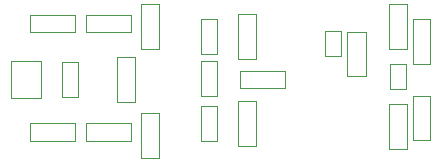
<source format=gbr>
%FSTAX25Y25*%
%MOMM*%
%SFA1B1*%

%IPPOS*%
%ADD34C,0.100000*%
%LNmicamp_mechanical_13-1*%
%LPD*%
G54D34*
X-1604998Y0032499D02*
X-1444998D01*
X-1604998Y0402498D02*
X-1444998D01*
X-1604998Y0032499D02*
Y0402498D01*
X-1444998Y0032499D02*
Y0402498D01*
X-2524998Y0552498D02*
X-2374999D01*
X-2524998Y0172499D02*
X-2374999D01*
Y0552498*
X-2524998Y0172499D02*
Y0552498D01*
X-2844998Y-0519998D02*
Y-0219999D01*
X-2704998Y-0519998D02*
Y-0219999D01*
X-2844998D02*
X-2704998D01*
X-2844998Y-0519998D02*
X-2704998D01*
X-3434999Y0399999D02*
Y0549998D01*
X-3814998Y0399999D02*
Y0549998D01*
Y0399999D02*
X-3434999D01*
X-3814998Y0549998D02*
X-3434999D01*
X-3349998Y-0659998D02*
X-3199998D01*
X-3349998Y-0279999D02*
X-3199998D01*
X-3349998Y-0659998D02*
Y-0279999D01*
X-3199998Y-0659998D02*
Y-0279999D01*
X-3349998Y0259999D02*
X-3199998D01*
X-3349998Y0639998D02*
X-3199998D01*
X-3349998Y0259999D02*
Y0639998D01*
X-3199998Y0259999D02*
Y0639998D01*
X-3814998Y-0519998D02*
Y-0369999D01*
X-3434999Y-0519998D02*
Y-0369999D01*
X-3814998D02*
X-3434999D01*
X-3814998Y-0519998D02*
X-3434999D01*
X-3909999D02*
Y-0369999D01*
X-4289999Y-0519998D02*
Y-0369999D01*
Y-0519998D02*
X-3909999D01*
X-4289999Y-0369999D02*
X-3909999D01*
X-3552499Y0189999D02*
X-3402497D01*
X-3552499Y-0189999D02*
X-3402497D01*
Y0189999*
X-3552499Y-0189999D02*
Y0189999D01*
X-4019999Y-0149999D02*
Y0149999D01*
X-3879999Y-0149999D02*
Y0149999D01*
X-4019999D02*
X-3879999D01*
X-4019999Y-0149999D02*
X-3879999D01*
X-3909999Y0399999D02*
Y0549998D01*
X-4289999Y0399999D02*
Y0549998D01*
Y0399999D02*
X-3909999D01*
X-4289999Y0549998D02*
X-3909999D01*
X-2524998Y-0179999D02*
X-2374999D01*
X-2524998Y-0559998D02*
X-2374999D01*
Y-0179999*
X-2524998Y-0559998D02*
Y-0179999D01*
X-2134999Y-0074998D02*
Y0074998D01*
X-2514998Y-0074998D02*
Y0074998D01*
Y-0074998D02*
X-2134999D01*
X-2514998Y0074998D02*
X-2134999D01*
X-2844998Y0212498D02*
Y0512498D01*
X-2704998Y0212498D02*
Y0512498D01*
X-2844998D02*
X-2704998D01*
X-2844998Y0212498D02*
X-2704998D01*
X-2844998Y-0142499D02*
Y0157497D01*
X-2704998Y-0142499D02*
Y0157497D01*
X-2844998D02*
X-2704998D01*
X-2844998Y-0142499D02*
X-2704998D01*
X-4199999Y-0159999D02*
Y0159999D01*
X-4449998Y-0159999D02*
Y0159999D01*
X-4199999*
X-4449998Y-0159999D02*
X-4199999D01*
X-1789998Y0197497D02*
X-1659999D01*
X-1789998Y0407499D02*
X-1659999D01*
X-1789998Y0197497D02*
Y0407499D01*
X-1659999Y0197497D02*
Y0407499D01*
X-1249997Y-0209999D02*
X-1099997D01*
X-1249997Y-0589998D02*
X-1099997D01*
Y-0209999*
X-1249997Y-0589998D02*
Y-0209999D01*
Y0259999D02*
X-1099997D01*
X-1249997Y0639998D02*
X-1099997D01*
X-1249997Y0259999D02*
Y0639998D01*
X-1099997Y0259999D02*
Y0639998D01*
X-1049997Y0134998D02*
X-0899998D01*
X-1049997Y0514997D02*
X-0899998D01*
X-1049997Y0134998D02*
Y0514997D01*
X-0899998Y0134998D02*
Y0514997D01*
X-1049997Y-0514997D02*
X-0899998D01*
X-1049997Y-0134998D02*
X-0899998D01*
X-1049997Y-0514997D02*
Y-0134998D01*
X-0899998Y-0514997D02*
Y-0134998D01*
X-1239997Y0129999D02*
X-1109997D01*
X-1239997Y-0079999D02*
X-1109997D01*
Y0129999*
X-1239997Y-0079999D02*
Y0129999D01*
M02*
</source>
